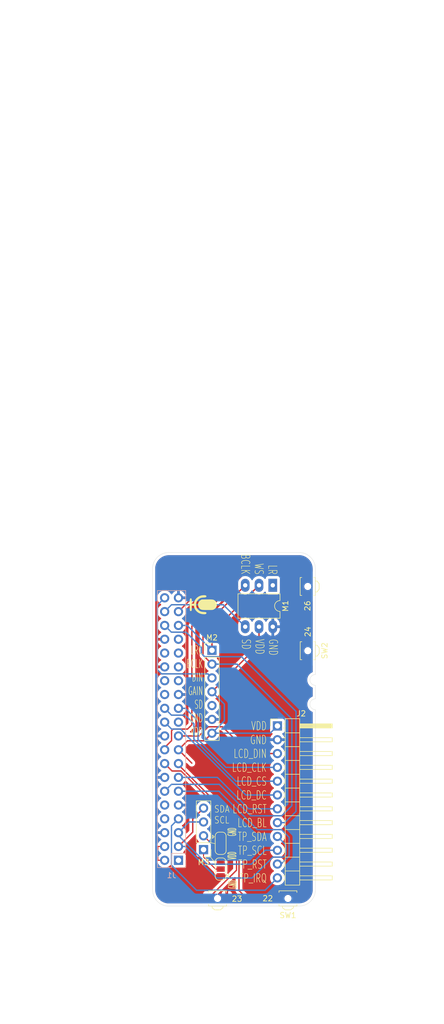
<source format=kicad_pcb>
(kicad_pcb (version 20240108) (generator "pcbnew") (generator_version "8.0")
  (layers (0 "F.Cu" signal) (31 "B.Cu" signal) (34 "B.Paste" user) (35 "F.Paste" user) (36 "B.SilkS" user "B.Silkscreen") (37 "F.SilkS" user "F.Silkscreen") (38 "B.Mask" user) (39 "F.Mask" user) (44 "Edge.Cuts" user))
  (net 0 "")
  (net 1 "VDD")
  (net 3 "/GND")
  (net 5 "Net-(J1-GPIO24)")
  (net 6 "/LCD_CS_8")
  (net 7 "/LCD_DIN_10")
  (net 9 "Net-(J1-GPIO26)")
  (net 10 "/SCL")
  (net 11 "Net-(J1-5V-Pad2)")
  (net 14 "Net-(J1-GPIO22)")
  (net 15 "/TP_RST_17")
  (net 17 "/TP_IRQ_4")
  (net 20 "/LCD_DC_25")
  (net 21 "/DIN")
  (net 22 "Net-(J1-GPIO23)")
  (net 25 "/LRC")
  (net 26 "/LCD_BL_18")
  (net 27 "/LCD_CLK_11")
  (net 28 "/BCLK")
  (net 29 "/LCD_RST_27")
  (net 30 "/SD")
  (net 31 "/SDA")
  (net 32 "/LR")
  (net 33 "Net-(JP1-C)")
  (net 34 "Net-(JP2-C)")
  (net 35 "/DOUT")
  (footprint "Connector_PinHeader_2.54mm:PinHeader_1x04_P2.54mm_Vertical" (layer "F.Cu") (at 69.27 123.13 180)
    (property "Reference" "M3")
    (property "Value" "OLED")
  )
  (footprint "Package_DIP:DIP-6_W7.62mm_LongPads" (layer "F.Cu") (at 82.027 74.534 -90)
    (property "Reference" "M1")
    (property "Value" "inmp441")
  )
  (footprint "Button_Switch_SMD:SW_SPST_B3U-3000P-B" (layer "F.Cu") (at 71.85 132.110001 180)
    (property "Reference" "SW3" (hide yes))
    (property "Value" "23")
  )
  (footprint "Connector_PinHeader_2.54mm:PinHeader_1x07_P2.54mm_Vertical" (layer "F.Cu") (at 70.82 86.487)
    (property "Reference" "M2")
    (property "Value" "MAX98357A")
  )
  (footprint "Connector_PinHeader_2.54mm:PinHeader_1x12_P2.54mm_Horizontal" (layer "F.Cu") (at 82.88 100.39)
    (property "Reference" "J2")
    (property "Value" "Conn_01x12_Socket")
  )
  (footprint "Jumper:SolderJumper-3_P1.3mm_Open_RoundedPad1.0x1.5mm" (layer "F.Cu") (at 72.42 121.97 -90)
    (property "Reference" "JP2" (hide yes))
    (property "Value" "OLED_P2" (hide yes))
  )
  (footprint "Jumper:SolderJumper-3_P1.3mm_Open_RoundedPad1.0x1.5mm" (layer "F.Cu") (at 72.42 126.71 90)
    (property "Reference" "JP1" (hide yes))
    (property "Value" "OLED_P1" (hide yes))
  )
  (footprint "Button_Switch_SMD:SW_SPST_B3U-3000P-B" (layer "F.Cu") (at 84.820001 132.11 180)
    (property "Reference" "SW1")
    (property "Value" "22")
  )
  (footprint "LOGO" (layer "F.Cu") (at 69.215 78.105 -90)
    (property "Reference" "G***" (hide yes))
    (property "Value" "LOGO" (hide yes))
  )
  (footprint "Button_Switch_SMD:SW_SPST_B3U-3000P-B" (layer "F.Cu") (at 88.47 74.749999 -90)
    (property "Reference" "SW4" (hide yes))
    (property "Value" "26")
  )
  (footprint "Button_Switch_SMD:SW_SPST_B3U-3000P-B" (layer "F.Cu") (at 88.480001 86.56 -90)
    (property "Reference" "SW2")
    (property "Value" "24")
  )
  (footprint "Connector_PinSocket_2.54mm:PinSocket_2x20_P2.54mm_Vertical" (layer "B.Cu") (at 64.643 125.095)
    (property "Reference" "J1")
    (property "Value" "Raspberry_Pi_2_3")
  )
  (gr_line (start 70.6 121.859999) (end 71.43 122.05) (stroke (width 0.1)) (layer "F.SilkS"))
  (gr_line (start 70.546497 124.490416) (end 71.4375 125.6) (stroke (width 0.1)) (layer "F.SilkS"))
  (gr_line (start 89.88 130.759191) (end 89.88 97.41) (stroke (width 0.05)) (layer "Edge.Cuts"))
  (gr_line (start 62.62 133.51919) (end 63.349999 133.519191) (stroke (width 0.05)) (layer "Edge.Cuts"))
  (gr_line (start 86.36 133.51919) (end 86.91 133.519191) (stroke (width 0.05)) (layer "Edge.Cuts"))
  (gr_line (start 86.36 133.51919) (end 63.349999 133.519191) (stroke (width 0.05)) (layer "Edge.Cuts"))
  (gr_line (start 59.86 129.98) (end 59.86 71.99) (stroke (width 0.05)) (layer "Edge.Cuts"))
  (gr_arc (start 59.86 71.26) (mid 60.819188 69.314181) (end 62.83 68.5) (stroke (width 0.05)) (layer "Edge.Cuts"))
  (gr_arc (start 89.88 97.41) (mid 88.88 96.41) (end 89.88 95.41) (stroke (width 0.05)) (layer "Edge.Cuts"))
  (gr_arc (start 89.88 130.759191) (mid 88.920813 132.705011) (end 86.91 133.519191) (stroke (width 0.05)) (layer "Edge.Cuts"))
  (gr_line (start 63.38 68.5) (end 62.83 68.5) (stroke (width 0.05)) (layer "Edge.Cuts"))
  (gr_line (start 89.88 92.93) (end 89.88 95) (stroke (width 0.05)) (layer "Edge.Cuts"))
  (gr_arc (start 62.62 133.51919) (mid 60.674179 132.560004) (end 59.86 130.549191) (stroke (width 0.05)) (layer "Edge.Cuts"))
  (gr_line (start 89.88 71.99) (end 89.88 90.93) (stroke (width 0.05)) (layer "Edge.Cuts"))
  (gr_line (start 59.86 130.549191) (end 59.86 129.98) (stroke (width 0.05)) (layer "Edge.Cuts"))
  (gr_arc (start 89.88 92.93) (mid 88.88 91.93) (end 89.88 90.93) (stroke (width 0.05)) (layer "Edge.Cuts"))
  (gr_line (start 59.86 71.26) (end 59.86 71.99) (stroke (width 0.05)) (layer "Edge.Cuts"))
  (gr_arc (start 87.12 68.5) (mid 89.065819 69.459188) (end 89.88 71.47) (stroke (width 0.05)) (layer "Edge.Cuts"))
  (gr_line (start 63.38 68.5) (end 86.39 68.5) (stroke (width 0.05)) (layer "Edge.Cuts"))
  (gr_line (start 89.88 71.47) (end 89.88 71.99) (stroke (width 0.05)) (layer "Edge.Cuts"))
  (gr_line (start 87.12 68.5) (end 86.39 68.5) (stroke (width 0.05)) (layer "Edge.Cuts"))
  (gr_line (start 89.88 95.41) (end 89.88 95) (stroke (width 0.05)) (layer "Edge.Cuts"))
  (gr_text "GND" (at 75.52 130.39 90) (layer "F.SilkS") (effects (font (size 1.5 0.5) (thickness 0.125) (bold yes)) (justify left bottom)))
  (gr_text "LRC\nBCLK\nDIN\nGAIN\nSD\nGND\nVDD" (at 69.215 102.362 0) (layer "F.SilkS") (effects (font (size 1.55 0.8) (thickness 0.1)) (justify right bottom)))
  (gr_text "VDD" (at 75.43 125.03 90) (layer "F.SilkS") (effects (font (size 1.5 0.5) (thickness 0.125) (bold yes)) (justify left bottom)))
  (gr_text "GND" (at 75.43 120.73 90) (layer "F.SilkS") (effects (font (size 1.5 0.5) (thickness 0.125) (bold yes)) (justify left bottom)))
  (gr_text "GND\nVDD\nSD" (at 76.2 84.328 -90) (layer "F.SilkS") (effects (font (size 1.55 1) (thickness 0.1)) (justify left bottom)))
  (gr_text "VDD\nGND\nLCD_DIN\nLCD_CLK\nLCD_CS\nLCD_DC\nLCD_RST\nLCD_BL\nTP_SDA\nTP_SCL\nTP_RST\nTP_IRQ" (at 80.97 129.32 0) (layer "F.SilkS") (effects (font (size 1.58 1) (thickness 0.1)) (justify right bottom)))
  (gr_text "LR\nWS\nBCLK" (at 76.073 72.644 -90) (layer "F.SilkS") (effects (font (size 1.55 1) (thickness 0.1)) (justify right bottom)))
  (gr_text "SDA\nSCL\n" (at 71.18 118.42 0) (layer "F.SilkS") (effects (font (size 1.25 1) (thickness 0.1)) (justify left bottom)))
  (segment (start 67.104 107.236) (end 64.643 104.775) (width 0.254) (layer "F.Cu") (net 1))
  (segment (start 72.42 123.27) (end 72.42 125.41) (width 0.2) (layer "F.Cu") (net 1))
  (segment (start 70.82 94.107) (end 79.487 85.44) (width 0.254) (layer "F.Cu") (net 1))
  (segment (start 79.487 85.44) (end 79.487 82.154) (width 0.254) (layer "F.Cu") (net 1))
  (segment (start 69.427 103.12) (end 70.82 101.727) (width 0.254) (layer "F.Cu") (net 1))
  (segment (start 66.298 103.12) (end 69.427 103.12) (width 0.254) (layer "F.Cu") (net 1))
  (segment (start 64.643 104.775) (end 66.298 103.12) (width 0.254) (layer "F.Cu") (net 1))
  (segment (start 70.82 101.727) (end 73.1 99.447) (width 0.254) (layer "B.Cu") (net 1))
  (segment (start 81.543 101.727) (end 82.88 100.39) (width 0.254) (layer "B.Cu") (net 1))
  (segment (start 73.1 96.387) (end 70.82 94.107) (width 0.254) (layer "B.Cu") (net 1))
  (segment (start 70.82 101.727) (end 81.543 101.727) (width 0.254) (layer "B.Cu") (net 1))
  (segment (start 73.1 99.447) (end 73.1 96.387) (width 0.254) (layer "B.Cu") (net 1))
  (segment (start 66.32 100.97) (end 67.12 100.17) (width 0.254) (layer "F.Cu") (net 5))
  (segment (start 86.02 75.412052) (end 86.02 85.8) (width 0.254) (layer "F.Cu") (net 5))
  (segment (start 83.092974 72.485026) (end 86.02 75.412052) (width 0.254) (layer "F.Cu") (net 5))
  (segment (start 62.103 104.367) (end 63.37 103.1) (width 0.254) (layer "F.Cu") (net 5))
  (segment (start 76.664974 72.485026) (end 83.092974 72.485026) (width 0.254) (layer "F.Cu") (net 5))
  (segment (start 86.02 85.8) (end 88.480001 88.260001) (width 0.254) (layer "F.Cu") (net 5))
  (segment (start 67.12 82.03) (end 76.664974 72.485026) (width 0.254) (layer "F.Cu") (net 5))
  (segment (start 67.12 100.17) (end 67.12 82.03) (width 0.254) (layer "F.Cu") (net 5))
  (segment (start 62.103 104.775) (end 62.103 104.367) (width 0.254) (layer "F.Cu") (net 5))
  (segment (start 63.37 103.1) (end 63.37 101.28) (width 0.254) (layer "F.Cu") (net 5))
  (segment (start 63.68 100.97) (end 66.32 100.97) (width 0.254) (layer "F.Cu") (net 5))
  (segment (start 63.37 101.28) (end 63.68 100.97) (width 0.254) (layer "F.Cu") (net 5))
  (segment (start 67.49 100) (end 65.9 98.41) (width 0.254) (layer "B.Cu") (net 6))
  (segment (start 75.22 110.55) (end 67.49 102.82) (width 0.254) (layer "B.Cu") (net 6))
  (segment (start 63.358 98.41) (end 62.103 97.155) (width 0.254) (layer "B.Cu") (net 6))
  (segment (start 65.9 98.41) (end 63.358 98.41) (width 0.254) (layer "B.Cu") (net 6))
  (segment (start 67.49 102.82) (end 67.49 100) (width 0.254) (layer "B.Cu") (net 6))
  (segment (start 82.88 110.55) (end 75.22 110.55) (width 0.254) (layer "B.Cu") (net 6))
  (segment (start 72.77 100.55) (end 77.69 105.47) (width 0.254) (layer "F.Cu") (net 7))
  (segment (start 64.643 102.235) (end 68.435 102.235) (width 0.254) (layer "F.Cu") (net 7))
  (segment (start 70.12 100.55) (end 72.77 100.55) (width 0.254) (layer "F.Cu") (net 7))
  (segment (start 77.69 105.47) (end 82.88 105.47) (width 0.254) (layer "F.Cu") (net 7))
  (segment (start 68.435 102.235) (end 70.12 100.55) (width 0.254) (layer "F.Cu") (net 7))
  (segment (start 72.138 71.88) (end 64.643 79.375) (width 0.254) (layer "F.Cu") (net 9))
  (segment (start 88.47 76.45) (end 87.7 76.45) (width 0.254) (layer "F.Cu") (net 9))
  (segment (start 87.7 76.45) (end 83.13 71.88) (width 0.254) (layer "F.Cu") (net 9))
  (segment (start 83.13 71.88) (end 72.138 71.88) (width 0.254) (layer "F.Cu") (net 9))
  (segment (start 66.607999 118.050001) (end 69.27 118.050001) (width 0.254) (layer "B.Cu") (net 10))
  (segment (start 78.080001 125.809999) (end 73.09 125.809999) (width 0.254) (layer "B.Cu") (net 10))
  (segment (start 64.643 120.015) (end 64.643 120.533) (width 0.254) (layer "B.Cu") (net 10))
  (segment (start 82.88 123.25) (end 80.64 123.25) (width 0.254) (layer "B.Cu") (net 10))
  (segment (start 64.643 120.533) (end 69.919999 125.809999) (width 0.254) (layer "B.Cu") (net 10))
  (segment (start 69.919999 125.809999) (end 73.09 125.809999) (width 0.254) (layer "B.Cu") (net 10))
  (segment (start 64.643 120.015) (end 66.607999 118.050001) (width 0.254) (layer "B.Cu") (net 10))
  (segment (start 80.64 123.25) (end 78.080001 125.809999) (width 0.254) (layer "B.Cu") (net 10))
  (segment (start 60.885 125.095) (end 62.103 125.095) (width 0.2) (layer "F.Cu") (net 11))
  (segment (start 60.85 122.57) (end 60.85 125.07) (width 0.2) (layer "F.Cu") (net 11))
  (segment (start 60.85 125.07) (end 60.88 125.1) (width 0.2) (layer "F.Cu") (net 11))
  (segment (start 60.865 122.555) (end 60.85 122.57) (width 0.2) (layer "F.Cu") (net 11))
  (segment (start 62.103 122.555) (end 60.865 122.555) (width 0.2) (layer "F.Cu") (net 11))
  (segment (start 60.88 125.1) (end 60.885 125.095) (width 0.2) (layer "F.Cu") (net 11))
  (segment (start 64.643 107.548417) (end 75.8 118.705417) (width 0.254) (layer "F.Cu") (net 14))
  (segment (start 77.251941 132.11) (end 83.12 132.11) (width 0.254) (layer "F.Cu") (net 14))
  (segment (start 75.8 130.658059) (end 77.251941 132.11) (width 0.254) (layer "F.Cu") (net 14))
  (segment (start 75.8 118.705417) (end 75.8 130.658059) (width 0.254) (layer "F.Cu") (net 14))
  (segment (start 64.643 107.315) (end 64.643 107.548417) (width 0.254) (layer "F.Cu") (net 14))
  (segment (start 85.04 120.86) (end 83.64 119.46) (width 0.254) (layer "B.Cu") (net 15))
  (segment (start 82.88 125.79) (end 83.57 125.79) (width 0.254) (layer "B.Cu") (net 15))
  (segment (start 85.04 124.32) (end 85.04 120.86) (width 0.254) (layer "B.Cu") (net 15))
  (segment (start 83.64 119.46) (end 79.19 119.46) (width 0.254) (layer "B.Cu") (net 15))
  (segment (start 72.125 112.395) (end 64.643 112.395) (width 0.254) (layer "B.Cu") (net 15))
  (segment (start 79.19 119.46) (end 72.125 112.395) (width 0.254) (layer "B.Cu") (net 15))
  (segment (start 83.57 125.79) (end 85.04 124.32) (width 0.254) (layer "B.Cu") (net 15))
  (segment (start 64.643 117.475) (end 63.36 118.758) (width 0.254) (layer "B.Cu") (net 17))
  (segment (start 80.61 130.6) (end 82.88 128.33) (width 0.254) (layer "B.Cu") (net 17))
  (segment (start 63.36 125.99) (end 67.97 130.6) (width 0.254) (layer "B.Cu") (net 17))
  (segment (start 63.36 118.758) (end 63.36 125.99) (width 0.254) (layer "B.Cu") (net 17))
  (segment (start 67.97 130.6) (end 80.61 130.6) (width 0.254) (layer "B.Cu") (net 17))
  (segment (start 77.06 113.09) (end 65.82 101.85) (width 0.254) (layer "B.Cu") (net 20))
  (segment (start 65.82 101.85) (end 65.82 101.74747) (width 0.254) (layer "B.Cu") (net 20))
  (segment (start 82.88 113.09) (end 77.06 113.09) (width 0.254) (layer "B.Cu") (net 20))
  (segment (start 65.04253 100.97) (end 63.378 100.97) (width 0.254) (layer "B.Cu") (net 20))
  (segment (start 63.378 100.97) (end 62.103 99.695) (width 0.254) (layer "B.Cu") (net 20))
  (segment (start 65.82 101.74747) (end 65.04253 100.97) (width 0.254) (layer "B.Cu") (net 20))
  (segment (start 60.77 78.168) (end 60.77 90.07) (width 0.254) (layer "B.Cu") (net 21))
  (segment (start 70.073001 90.82) (end 70.82 91.566999) (width 0.254) (layer "B.Cu") (net 21))
  (segment (start 62.103 76.835) (end 60.77 78.168) (width 0.254) (layer "B.Cu") (net 21))
  (segment (start 61.52 90.82) (end 70.073001 90.82) (width 0.254) (layer "B.Cu") (net 21))
  (segment (start 60.77 90.07) (end 61.52 90.82) (width 0.254) (layer "B.Cu") (net 21))
  (segment (start 65.13053 108.678) (end 75.346 118.89347) (width 0.254) (layer "F.Cu") (net 22))
  (segment (start 75.346 126.914) (end 70.149999 132.110001) (width 0.254) (layer "F.Cu") (net 22))
  (segment (start 62.103 107.315) (end 63.466 108.678) (width 0.254) (layer "F.Cu") (net 22))
  (segment (start 63.466 108.678) (end 65.13053 108.678) (width 0.254) (layer "F.Cu") (net 22))
  (segment (start 75.346 118.89347) (end 75.346 126.914) (width 0.254) (layer "F.Cu") (net 22))
  (segment (start 70.82 86.487) (end 70.82 83.201) (width 0.254) (layer "F.Cu") (net 25))
  (segment (start 70.82 83.201) (end 79.487 74.534) (width 0.254) (layer "F.Cu") (net 25))
  (segment (start 66.248 81.915) (end 70.82 86.487) (width 0.254) (layer "B.Cu") (net 25))
  (segment (start 64.643 81.915) (end 66.248 81.915) (width 0.254) (layer "B.Cu") (net 25))
  (segment (start 86.3 97.71) (end 86.3 116.11) (width 0.254) (layer "B.Cu") (net 26))
  (segment (start 76.254 87.664) (end 86.3 97.71) (width 0.254) (layer "B.Cu") (net 26))
  (segment (start 68.85 87.05) (end 69.464 87.664) (width 0.254) (layer "B.Cu") (net 26))
  (segment (start 62.103 81.915) (end 63.338 83.15) (width 0.254) (layer "B.Cu") (net 26))
  (segment (start 69.464 87.664) (end 76.254 87.664) (width 0.254) (layer "B.Cu") (net 26))
  (segment (start 66.05 83.15) (end 68.85 85.95) (width 0.254) (layer "B.Cu") (net 26))
  (segment (start 86.3 116.11) (end 84.24 118.17) (width 0.254) (layer "B.Cu") (net 26))
  (segment (start 68.85 85.95) (end 68.85 87.05) (width 0.254) (layer "B.Cu") (net 26))
  (segment (start 84.24 118.17) (end 82.88 118.17) (width 0.254) (layer "B.Cu") (net 26))
  (segment (start 63.338 83.15) (end 66.05 83.15) (width 0.254) (layer "B.Cu") (net 26))
  (segment (start 68.25 102.88) (end 68.25 99.48) (width 0.254) (layer "B.Cu") (net 27))
  (segment (start 82.88 108.01) (end 73.38 108.01) (width 0.254) (layer "B.Cu") (net 27))
  (segment (start 68.25 99.48) (end 65.925 97.155) (width 0.254) (layer "B.Cu") (net 27))
  (segment (start 73.38 108.01) (end 68.25 102.88) (width 0.254) (layer "B.Cu") (net 27))
  (segment (start 65.925 97.155) (end 64.643 97.155) (width 0.254) (layer "B.Cu") (net 27))
  (segment (start 69.17 87.377) (end 70.82 89.027) (width 0.254) (layer "F.Cu") (net 28))
  (segment (start 76.947001 74.534) (end 69.17 82.311001) (width 0.254) (layer "F.Cu") (net 28))
  (segment (start 69.17 82.311001) (end 69.17 87.377) (width 0.254) (layer "F.Cu") (net 28))
  (segment (start 77.95 116.91) (end 72.17 111.13) (width 0.254) (layer "B.Cu") (net 28))
  (segment (start 70.82 89.027) (end 75.437 89.027) (width 0.254) (layer "B.Cu") (net 28))
  (segment (start 85.54 99.13) (end 85.54 115.06) (width 0.254) (layer "B.Cu") (net 28))
  (segment (start 83.69 116.91) (end 77.95 116.91) (width 0.254) (layer "B.Cu") (net 28))
  (segment (start 85.54 115.06) (end 83.69 116.91) (width 0.254) (layer "B.Cu") (net 28))
  (segment (start 75.437 89.027) (end 85.54 99.13) (width 0.254) (layer "B.Cu") (net 28))
  (segment (start 72.17 111.13) (end 63.368 111.13) (width 0.254) (layer "B.Cu") (net 28))
  (segment (start 63.368 111.13) (end 62.103 112.395) (width 0.254) (layer "B.Cu") (net 28))
  (segment (start 64.643 109.855) (end 71.825 109.855) (width 0.254) (layer "B.Cu") (net 29))
  (segment (start 71.825 109.855) (end 77.6 115.63) (width 0.254) (layer "B.Cu") (net 29))
  (segment (start 77.6 115.63) (end 82.88 115.63) (width 0.254) (layer "B.Cu") (net 29))
  (segment (start 64.643 122.555) (end 67.28 119.918) (width 0.254) (layer "F.Cu") (net 31))
  (segment (start 67.28 119.918) (end 67.28 117.5) (width 0.254) (layer "F.Cu") (net 31))
  (segment (start 67.28 117.5) (end 69.27 115.51) (width 0.254) (layer "F.Cu") (net 31))
  (segment (start 84.47 122.3) (end 82.88 120.71) (width 0.254) (layer "B.Cu") (net 31))
  (segment (start 82.04 124.51) (end 83.95 124.51) (width 0.254) (layer "B.Cu") (net 31))
  (segment (start 71.67 128.35) (end 73.09 128.35) (width 0.254) (layer "B.Cu") (net 31))
  (segment (start 83.95 124.51) (end 84.47 123.99) (width 0.254) (layer "B.Cu") (net 31))
  (segment (start 78.2 128.35) (end 82.04 124.51) (width 0.254) (layer "B.Cu") (net 31))
  (segment (start 64.643 122.555) (end 65.875 122.555) (width 0.254) (layer "B.Cu") (net 31))
  (segment (start 73.09 128.35) (end 78.2 128.35) (width 0.254) (layer "B.Cu") (net 31))
  (segment (start 65.875 122.555) (end 71.67 128.35) (width 0.254) (layer "B.Cu") (net 31))
  (segment (start 84.47 123.99) (end 84.47 122.3) (width 0.254) (layer "B.Cu") (net 31))
  (segment (start 72.42 126.71) (end 71.47 126.71) (width 0.2) (layer "F.Cu") (net 33))
  (segment (start 69.27 124.51) (end 69.27 123.13) (width 0.2) (layer "F.Cu") (net 33))
  (segment (start 71.47 126.71) (end 69.27 124.51) (width 0.2) (layer "F.Cu") (net 33))
  (segment (start 72.42 121.97) (end 70.65 121.97) (width 0.2) (layer "F.Cu") (net 34))
  (segment (start 70.65 121.97) (end 69.27 120.59) (width 0.2) (layer "F.Cu") (net 34))
  (segment (start 62.103 79.375) (end 63.368 78.11) (width 0.254) (layer "B.Cu") (net 35))
  (segment (start 72.903 78.11) (end 76.947 82.154) (width 0.254) (layer "B.Cu") (net 35))
  (segment (start 63.368 78.11) (end 72.903 78.11) (width 0.254) (layer "B.Cu") (net 35))
  (zone (net 3) (net_name "/GND") (layers "F.Cu" "B.Cu") (connect_pads (clearance 0.5)) (min_thickness 0.25) (fill yes (thermal_gap 0.5) (thermal_bridge_width 0.5))
    (polygon (pts (xy 57.09 66.94) (xy 57.09 136.89) (xy 95.43 136.89) (xy 95.43 66.94)))
  )
)
</source>
